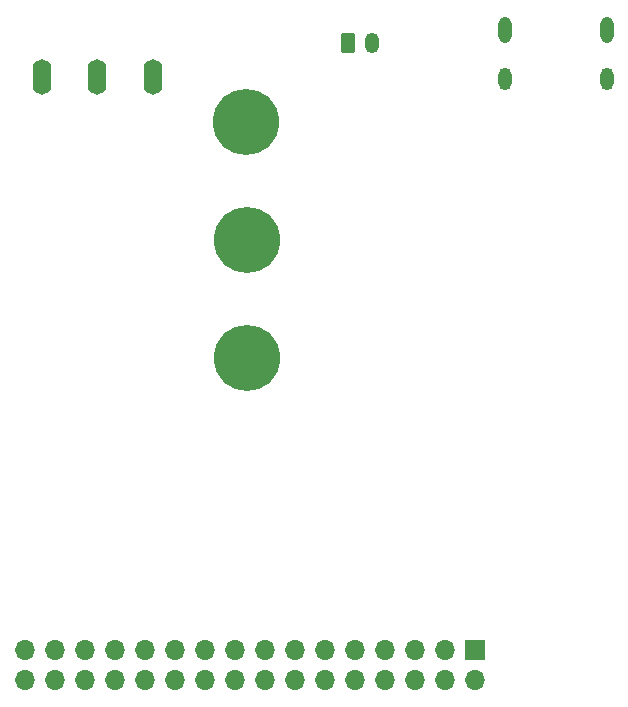
<source format=gbr>
%TF.GenerationSoftware,KiCad,Pcbnew,9.0.0*%
%TF.CreationDate,2025-03-28T23:25:53+02:00*%
%TF.ProjectId,EEE3088F_PCB_Project,45454533-3038-4384-965f-5043425f5072,rev?*%
%TF.SameCoordinates,Original*%
%TF.FileFunction,Copper,L2,Bot*%
%TF.FilePolarity,Positive*%
%FSLAX46Y46*%
G04 Gerber Fmt 4.6, Leading zero omitted, Abs format (unit mm)*
G04 Created by KiCad (PCBNEW 9.0.0) date 2025-03-28 23:25:53*
%MOMM*%
%LPD*%
G01*
G04 APERTURE LIST*
G04 Aperture macros list*
%AMRoundRect*
0 Rectangle with rounded corners*
0 $1 Rounding radius*
0 $2 $3 $4 $5 $6 $7 $8 $9 X,Y pos of 4 corners*
0 Add a 4 corners polygon primitive as box body*
4,1,4,$2,$3,$4,$5,$6,$7,$8,$9,$2,$3,0*
0 Add four circle primitives for the rounded corners*
1,1,$1+$1,$2,$3*
1,1,$1+$1,$4,$5*
1,1,$1+$1,$6,$7*
1,1,$1+$1,$8,$9*
0 Add four rect primitives between the rounded corners*
20,1,$1+$1,$2,$3,$4,$5,0*
20,1,$1+$1,$4,$5,$6,$7,0*
20,1,$1+$1,$6,$7,$8,$9,0*
20,1,$1+$1,$8,$9,$2,$3,0*%
G04 Aperture macros list end*
%TA.AperFunction,ComponentPad*%
%ADD10C,5.600000*%
%TD*%
%TA.AperFunction,ComponentPad*%
%ADD11O,1.600000X3.000000*%
%TD*%
%TA.AperFunction,ComponentPad*%
%ADD12RoundRect,0.250000X-0.350000X-0.625000X0.350000X-0.625000X0.350000X0.625000X-0.350000X0.625000X0*%
%TD*%
%TA.AperFunction,ComponentPad*%
%ADD13O,1.200000X1.750000*%
%TD*%
%TA.AperFunction,ComponentPad*%
%ADD14O,1.117600X2.209800*%
%TD*%
%TA.AperFunction,ComponentPad*%
%ADD15O,1.117600X1.905000*%
%TD*%
%TA.AperFunction,ComponentPad*%
%ADD16R,1.700000X1.700000*%
%TD*%
%TA.AperFunction,ComponentPad*%
%ADD17O,1.700000X1.700000*%
%TD*%
G04 APERTURE END LIST*
D10*
%TO.P,H2,1*%
%TO.N,GND*%
X142575000Y-71450000D03*
%TD*%
D11*
%TO.P,SW1,1,1*%
%TO.N,/PWR SWITCH OUT*%
X134600000Y-57650000D03*
%TO.P,SW1,2,2*%
%TO.N,/PWR SWITCH IN*%
X129900000Y-57650000D03*
%TO.P,SW1,3,3*%
%TO.N,GND*%
X125200000Y-57650000D03*
%TD*%
D12*
%TO.P,J3,1,Pin_1*%
%TO.N,GND*%
X151150000Y-54750000D03*
D13*
%TO.P,J3,2,Pin_2*%
%TO.N,/BATTERY*%
X153150000Y-54750000D03*
%TD*%
D10*
%TO.P,H3,1*%
%TO.N,GND*%
X142475000Y-61450000D03*
%TD*%
%TO.P,H1,1*%
%TO.N,GND*%
X142575000Y-81400000D03*
%TD*%
D14*
%TO.P,J2,S1,SHELL_GND*%
%TO.N,GND*%
X164379998Y-53670700D03*
%TO.P,J2,S2,SHELL_GND*%
X173020002Y-53670700D03*
D15*
%TO.P,J2,S3,SHELL_GND*%
X164379968Y-57820700D03*
%TO.P,J2,S4,SHELL_GND*%
X173020032Y-57820700D03*
%TD*%
D16*
%TO.P,J1,1,Pin_1*%
%TO.N,/MOTOR2_B_OUT*%
X161875000Y-106160000D03*
D17*
%TO.P,J1,2,Pin_2*%
%TO.N,/MOTOR2_A_OUT*%
X161875000Y-108700000D03*
%TO.P,J1,3,Pin_3*%
%TO.N,/MOTOR4_A_OUT*%
X159335000Y-106160000D03*
%TO.P,J1,4,Pin_4*%
%TO.N,/MOTOR2_CTRL1*%
X159335000Y-108700000D03*
%TO.P,J1,5,Pin_5*%
%TO.N,/MOTOR4_B_OUT*%
X156795000Y-106160000D03*
%TO.P,J1,6,Pin_6*%
%TO.N,/MOTOR2_CTRL2*%
X156795000Y-108700000D03*
%TO.P,J1,7,Pin_7*%
%TO.N,/CTRL_EXT_LOAD2*%
X154255000Y-106160000D03*
%TO.P,J1,8,Pin_8*%
%TO.N,/MOTOR4_CTRL1*%
X154255000Y-108700000D03*
%TO.P,J1,9,Pin_9*%
%TO.N,/USART2_RX*%
X151715000Y-106160000D03*
%TO.P,J1,10,Pin_10*%
%TO.N,/MOTOR4_CTRL2*%
X151715000Y-108700000D03*
%TO.P,J1,11,Pin_11*%
%TO.N,/EXT_LOAD2_OUT*%
X149175000Y-106160000D03*
%TO.P,J1,12,Pin_12*%
%TO.N,/USART2_TX*%
X149175000Y-108700000D03*
%TO.P,J1,13,Pin_13*%
%TO.N,/FAST_CHARGE_CTRL*%
X146635000Y-106160000D03*
%TO.P,J1,14,Pin_14*%
%TO.N,/BATTERY*%
X146635000Y-108700000D03*
%TO.P,J1,15,Pin_15*%
%TO.N,unconnected-(J1-Pin_15-Pad15)*%
X144095000Y-106160000D03*
%TO.P,J1,16,Pin_16*%
%TO.N,/I2C1_SCL*%
X144095000Y-108700000D03*
%TO.P,J1,17,Pin_17*%
%TO.N,/I2C1_SDA*%
X141555000Y-106160000D03*
%TO.P,J1,18,Pin_18*%
%TO.N,/3V3 OUT*%
X141555000Y-108700000D03*
%TO.P,J1,19,Pin_19*%
%TO.N,GND*%
X139015000Y-106160000D03*
%TO.P,J1,20,Pin_20*%
%TO.N,/5V OUT*%
X139015000Y-108700000D03*
%TO.P,J1,21,Pin_21*%
%TO.N,/EXT_LOAD1_OUT*%
X136475000Y-106160000D03*
%TO.P,J1,22,Pin_22*%
%TO.N,/HV*%
X136475000Y-108700000D03*
%TO.P,J1,23,Pin_23*%
%TO.N,GND*%
X133935000Y-106160000D03*
%TO.P,J1,24,Pin_24*%
%TO.N,/MOTOR3_CTRL1*%
X133935000Y-108700000D03*
%TO.P,J1,25,Pin_25*%
%TO.N,/CTRL_EXT_LOAD1*%
X131395000Y-106160000D03*
%TO.P,J1,26,Pin_26*%
%TO.N,/MOTOR3_CTRL2*%
X131395000Y-108700000D03*
%TO.P,J1,27,Pin_27*%
%TO.N,/MOTOR3_A_OUT*%
X128855000Y-106160000D03*
%TO.P,J1,28,Pin_28*%
%TO.N,/MOTOR1_CTRL1*%
X128855000Y-108700000D03*
%TO.P,J1,29,Pin_29*%
%TO.N,/MOTOR3_B_OUT*%
X126315000Y-106160000D03*
%TO.P,J1,30,Pin_30*%
%TO.N,/MOTOR1_CTRL2*%
X126315000Y-108700000D03*
%TO.P,J1,31,Pin_31*%
%TO.N,/MOTOR1_B_OUT*%
X123775000Y-106160000D03*
%TO.P,J1,32,Pin_32*%
%TO.N,/MOTOR1_A_OUT*%
X123775000Y-108700000D03*
%TD*%
M02*

</source>
